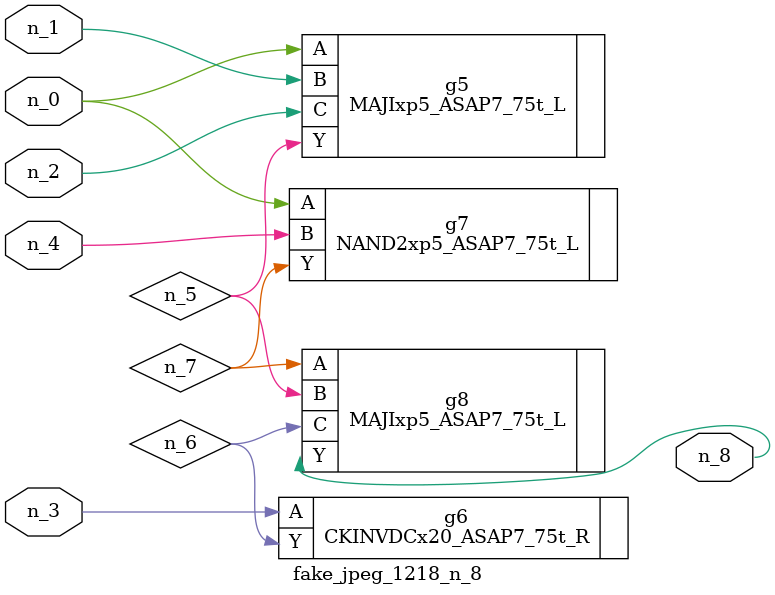
<source format=v>
module fake_jpeg_1218_n_8 (n_3, n_2, n_1, n_0, n_4, n_8);

input n_3;
input n_2;
input n_1;
input n_0;
input n_4;

output n_8;

wire n_6;
wire n_5;
wire n_7;

MAJIxp5_ASAP7_75t_L g5 ( 
.A(n_0),
.B(n_1),
.C(n_2),
.Y(n_5)
);

CKINVDCx20_ASAP7_75t_R g6 ( 
.A(n_3),
.Y(n_6)
);

NAND2xp5_ASAP7_75t_L g7 ( 
.A(n_0),
.B(n_4),
.Y(n_7)
);

MAJIxp5_ASAP7_75t_L g8 ( 
.A(n_7),
.B(n_5),
.C(n_6),
.Y(n_8)
);


endmodule
</source>
